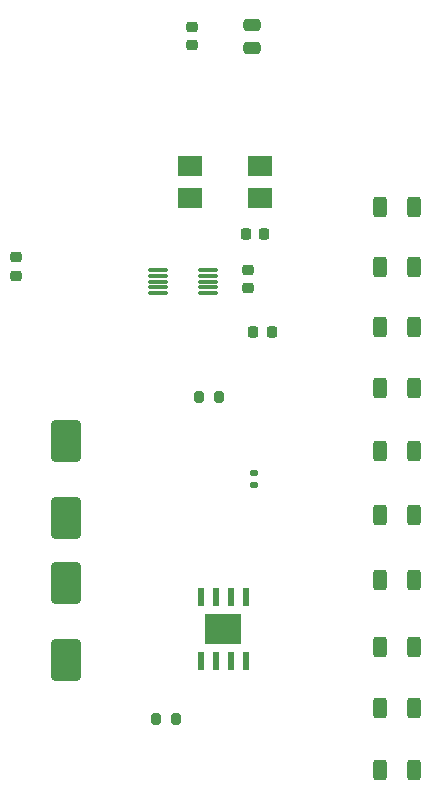
<source format=gbr>
%TF.GenerationSoftware,KiCad,Pcbnew,8.0.4*%
%TF.CreationDate,2024-08-18T15:43:04+02:00*%
%TF.ProjectId,megaboard-01,6d656761-626f-4617-9264-2d30312e6b69,rev?*%
%TF.SameCoordinates,Original*%
%TF.FileFunction,Paste,Top*%
%TF.FilePolarity,Positive*%
%FSLAX46Y46*%
G04 Gerber Fmt 4.6, Leading zero omitted, Abs format (unit mm)*
G04 Created by KiCad (PCBNEW 8.0.4) date 2024-08-18 15:43:04*
%MOMM*%
%LPD*%
G01*
G04 APERTURE LIST*
G04 Aperture macros list*
%AMRoundRect*
0 Rectangle with rounded corners*
0 $1 Rounding radius*
0 $2 $3 $4 $5 $6 $7 $8 $9 X,Y pos of 4 corners*
0 Add a 4 corners polygon primitive as box body*
4,1,4,$2,$3,$4,$5,$6,$7,$8,$9,$2,$3,0*
0 Add four circle primitives for the rounded corners*
1,1,$1+$1,$2,$3*
1,1,$1+$1,$4,$5*
1,1,$1+$1,$6,$7*
1,1,$1+$1,$8,$9*
0 Add four rect primitives between the rounded corners*
20,1,$1+$1,$2,$3,$4,$5,0*
20,1,$1+$1,$4,$5,$6,$7,0*
20,1,$1+$1,$6,$7,$8,$9,0*
20,1,$1+$1,$8,$9,$2,$3,0*%
G04 Aperture macros list end*
%ADD10RoundRect,0.250000X-0.312500X-0.625000X0.312500X-0.625000X0.312500X0.625000X-0.312500X0.625000X0*%
%ADD11RoundRect,0.135000X-0.185000X0.135000X-0.185000X-0.135000X0.185000X-0.135000X0.185000X0.135000X0*%
%ADD12RoundRect,0.250000X-1.000000X1.500000X-1.000000X-1.500000X1.000000X-1.500000X1.000000X1.500000X0*%
%ADD13RoundRect,0.225000X0.225000X0.250000X-0.225000X0.250000X-0.225000X-0.250000X0.225000X-0.250000X0*%
%ADD14RoundRect,0.250000X-0.475000X0.250000X-0.475000X-0.250000X0.475000X-0.250000X0.475000X0.250000X0*%
%ADD15RoundRect,0.087500X0.725000X0.087500X-0.725000X0.087500X-0.725000X-0.087500X0.725000X-0.087500X0*%
%ADD16RoundRect,0.225000X0.250000X-0.225000X0.250000X0.225000X-0.250000X0.225000X-0.250000X-0.225000X0*%
%ADD17RoundRect,0.200000X-0.200000X-0.275000X0.200000X-0.275000X0.200000X0.275000X-0.200000X0.275000X0*%
%ADD18RoundRect,0.225000X-0.250000X0.225000X-0.250000X-0.225000X0.250000X-0.225000X0.250000X0.225000X0*%
%ADD19RoundRect,0.200000X0.200000X0.275000X-0.200000X0.275000X-0.200000X-0.275000X0.200000X-0.275000X0*%
%ADD20R,2.100000X1.700000*%
%ADD21R,0.600000X1.550000*%
%ADD22R,3.100000X2.600000*%
G04 APERTURE END LIST*
D10*
%TO.C,R8*%
X161787500Y-99510000D03*
X164712500Y-99510000D03*
%TD*%
D11*
%TO.C,R3*%
X151150000Y-101410000D03*
X151150000Y-102430000D03*
%TD*%
D10*
%TO.C,R6*%
X161787500Y-89005000D03*
X164712500Y-89005000D03*
%TD*%
D12*
%TO.C,C7*%
X135275000Y-98670000D03*
X135275000Y-105170000D03*
%TD*%
D10*
%TO.C,R12*%
X161787500Y-121265000D03*
X164712500Y-121265000D03*
%TD*%
D13*
%TO.C,C6*%
X152030000Y-81171250D03*
X150480000Y-81171250D03*
%TD*%
D14*
%TO.C,C3*%
X150970000Y-63476250D03*
X150970000Y-65376250D03*
%TD*%
D10*
%TO.C,R4*%
X161787500Y-78845000D03*
X164712500Y-78845000D03*
%TD*%
%TO.C,R7*%
X161787500Y-94200000D03*
X164712500Y-94200000D03*
%TD*%
D15*
%TO.C,U2*%
X147287500Y-86188750D03*
X147287500Y-85688750D03*
X147287500Y-85188750D03*
X147287500Y-84688750D03*
X147287500Y-84188750D03*
X143062500Y-84188750D03*
X143062500Y-84688750D03*
X143062500Y-85188750D03*
X143062500Y-85688750D03*
X143062500Y-86188750D03*
%TD*%
D10*
%TO.C,R10*%
X161787500Y-110475000D03*
X164712500Y-110475000D03*
%TD*%
D16*
%TO.C,C1*%
X131000000Y-84695000D03*
X131000000Y-83145000D03*
%TD*%
D10*
%TO.C,R11*%
X161787500Y-116130000D03*
X164712500Y-116130000D03*
%TD*%
%TO.C,R5*%
X161787500Y-83985000D03*
X164712500Y-83985000D03*
%TD*%
D17*
%TO.C,R1*%
X142895000Y-122240000D03*
X144545000Y-122240000D03*
%TD*%
D18*
%TO.C,C2*%
X150620000Y-84206250D03*
X150620000Y-85756250D03*
%TD*%
%TO.C,C4*%
X145890000Y-63651250D03*
X145890000Y-65201250D03*
%TD*%
D10*
%TO.C,R13*%
X161787500Y-126515000D03*
X164712500Y-126515000D03*
%TD*%
D19*
%TO.C,R2*%
X148165000Y-94935000D03*
X146515000Y-94935000D03*
%TD*%
D20*
%TO.C,X1*%
X151665000Y-75376250D03*
X145765000Y-75376250D03*
X145765000Y-78076250D03*
X151665000Y-78076250D03*
%TD*%
D21*
%TO.C,U1*%
X146670000Y-117285000D03*
X147940000Y-117285000D03*
X149210000Y-117285000D03*
X150480000Y-117285000D03*
X150480000Y-111885000D03*
X149210000Y-111885000D03*
X147940000Y-111885000D03*
X146670000Y-111885000D03*
D22*
X148575000Y-114585000D03*
%TD*%
D10*
%TO.C,R9*%
X161787500Y-104935000D03*
X164712500Y-104935000D03*
%TD*%
D12*
%TO.C,C8*%
X135275000Y-110735000D03*
X135275000Y-117235000D03*
%TD*%
D13*
%TO.C,C5*%
X152665000Y-89426250D03*
X151115000Y-89426250D03*
%TD*%
M02*

</source>
